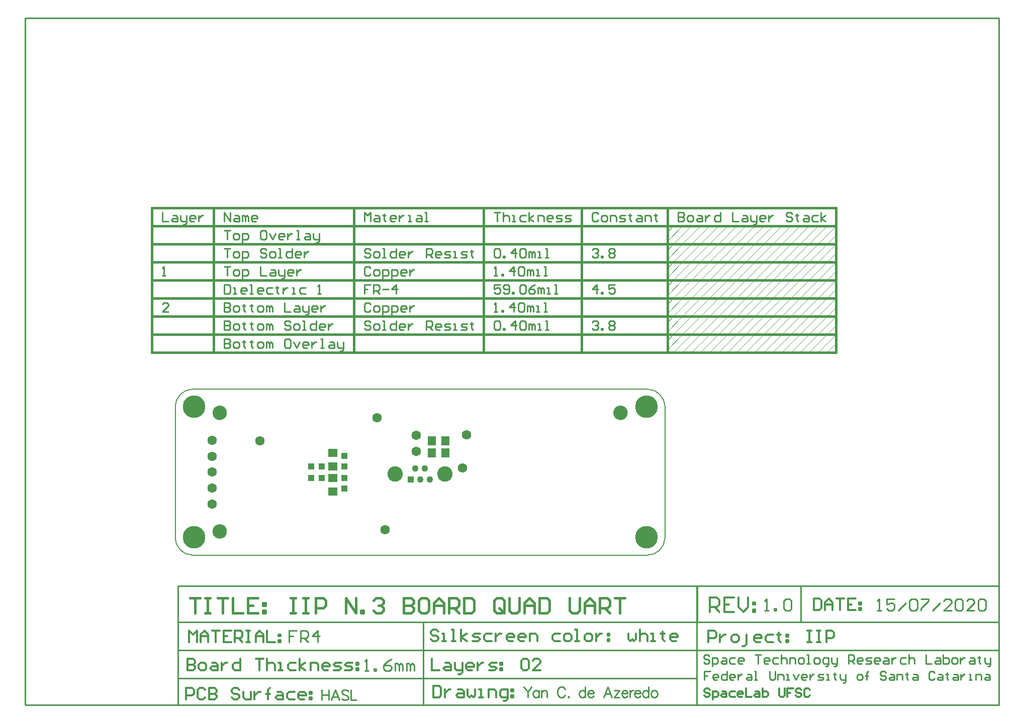
<source format=gts>
G04*
G04 #@! TF.GenerationSoftware,Altium Limited,Altium Designer,20.2.6 (244)*
G04*
G04 Layer_Color=8388736*
%FSLAX25Y25*%
%MOIN*%
G70*
G04*
G04 #@! TF.SameCoordinates,3A923CF8-0E80-4BF5-A473-74316D4CB4A5*
G04*
G04*
G04 #@! TF.FilePolarity,Negative*
G04*
G01*
G75*
%ADD10C,0.00787*%
%ADD12C,0.01000*%
%ADD17C,0.01500*%
%ADD18C,0.00100*%
%ADD19C,0.01378*%
%ADD20C,0.01575*%
%ADD21C,0.01299*%
%ADD27C,0.03594*%
%ADD28R,0.04331X0.03937*%
%ADD29R,0.06299X0.05512*%
%ADD30R,0.03937X0.04331*%
%ADD31R,0.05512X0.06299*%
%ADD32C,0.06299*%
%ADD33C,0.10236*%
%ADD34C,0.04331*%
%ADD35R,0.04331X0.04331*%
%ADD36C,0.14961*%
G36*
X298476Y97388D02*
X299576Y94488D01*
X298476Y91388D01*
X295276Y90188D01*
X292176Y91388D01*
X290976Y94488D01*
X292176Y97588D01*
X295276Y98788D01*
X298476Y97388D01*
D02*
G37*
G36*
X32728D02*
X33828Y94488D01*
X32728Y91388D01*
X29528Y90188D01*
X26428Y91388D01*
X25228Y94488D01*
X26428Y97588D01*
X29528Y98788D01*
X32728Y97388D01*
D02*
G37*
G36*
Y18648D02*
X33828Y15748D01*
X32728Y12648D01*
X29528Y11448D01*
X26428Y12648D01*
X25228Y15748D01*
X26428Y18848D01*
X29528Y20048D01*
X32728Y18648D01*
D02*
G37*
D10*
X11793Y110236D02*
G03*
X0Y98443I0J-11793D01*
G01*
Y11663D02*
G03*
X11663Y0I11663J0D01*
G01*
X313050D02*
G03*
X324803Y11754I0J11754D01*
G01*
Y98418D02*
G03*
X312985Y110236I-11818J0D01*
G01*
X0Y92520D02*
Y98443D01*
X11793Y110236D02*
X12696D01*
X0Y25591D02*
Y92520D01*
Y11663D02*
Y25591D01*
X11663Y0D02*
X313050D01*
X324803Y11754D02*
Y98418D01*
X12696Y110236D02*
X312985D01*
D12*
X33829Y15748D02*
G03*
X33829Y15748I-4301J0D01*
G01*
Y94488D02*
G03*
X33829Y94488I-4301J0D01*
G01*
X299577D02*
G03*
X299577Y94488I-4301J0D01*
G01*
X-99500Y-99500D02*
X546169D01*
X1681D02*
Y-20319D01*
X164613Y-99205D02*
Y-44277D01*
X1976Y-81777D02*
X345579Y-81777D01*
X345863Y-99106D02*
Y-20515D01*
X1976Y-63027D02*
X545863Y-63027D01*
X2173Y-44277D02*
X545440Y-44277D01*
X1681Y-20319D02*
X545863D01*
X-99500Y356552D02*
X546169D01*
X-99500Y-99500D02*
Y356552D01*
X546169Y-99146D02*
Y356552D01*
X346071Y-43941D02*
Y-20319D01*
X414859Y-43883D02*
Y-20268D01*
X97154Y-89441D02*
Y-96252D01*
X101694Y-89441D02*
Y-96252D01*
X97154Y-92684D02*
X101694D01*
X108765Y-96252D02*
X106170Y-89441D01*
X103575Y-96252D01*
X104548Y-93982D02*
X107792D01*
X114895Y-90414D02*
X114246Y-89765D01*
X113273Y-89441D01*
X111976D01*
X111003Y-89765D01*
X110354Y-90414D01*
Y-91063D01*
X110678Y-91711D01*
X111003Y-92036D01*
X111651Y-92360D01*
X113597Y-93009D01*
X114246Y-93333D01*
X114570Y-93657D01*
X114895Y-94306D01*
Y-95279D01*
X114246Y-95928D01*
X113273Y-96252D01*
X111976D01*
X111003Y-95928D01*
X110354Y-95279D01*
X116419Y-89441D02*
Y-96252D01*
X120311D01*
X231110Y-87472D02*
X233705Y-90716D01*
Y-94283D01*
X236300Y-87472D02*
X233705Y-90716D01*
X241067Y-89743D02*
Y-94283D01*
Y-90716D02*
X240419Y-90067D01*
X239770Y-89743D01*
X238797D01*
X238148Y-90067D01*
X237500Y-90716D01*
X237175Y-91689D01*
Y-92338D01*
X237500Y-93310D01*
X238148Y-93959D01*
X238797Y-94283D01*
X239770D01*
X240419Y-93959D01*
X241067Y-93310D01*
X242884Y-89743D02*
Y-94283D01*
Y-91040D02*
X243857Y-90067D01*
X244505Y-89743D01*
X245478D01*
X246127Y-90067D01*
X246451Y-91040D01*
Y-94283D01*
X258452Y-89094D02*
X258127Y-88445D01*
X257479Y-87797D01*
X256830Y-87472D01*
X255533D01*
X254884Y-87797D01*
X254235Y-88445D01*
X253911Y-89094D01*
X253587Y-90067D01*
Y-91689D01*
X253911Y-92662D01*
X254235Y-93310D01*
X254884Y-93959D01*
X255533Y-94283D01*
X256830D01*
X257479Y-93959D01*
X258127Y-93310D01*
X258452Y-92662D01*
X260690Y-93635D02*
X260365Y-93959D01*
X260690Y-94283D01*
X261014Y-93959D01*
X260690Y-93635D01*
X271749Y-87472D02*
Y-94283D01*
Y-90716D02*
X271101Y-90067D01*
X270452Y-89743D01*
X269479D01*
X268830Y-90067D01*
X268182Y-90716D01*
X267857Y-91689D01*
Y-92338D01*
X268182Y-93310D01*
X268830Y-93959D01*
X269479Y-94283D01*
X270452D01*
X271101Y-93959D01*
X271749Y-93310D01*
X273566Y-91689D02*
X277458D01*
Y-91040D01*
X277133Y-90391D01*
X276809Y-90067D01*
X276160Y-89743D01*
X275187D01*
X274539Y-90067D01*
X273890Y-90716D01*
X273566Y-91689D01*
Y-92338D01*
X273890Y-93310D01*
X274539Y-93959D01*
X275187Y-94283D01*
X276160D01*
X276809Y-93959D01*
X277458Y-93310D01*
X289458Y-94283D02*
X286863Y-87472D01*
X284269Y-94283D01*
X285242Y-92013D02*
X288485D01*
X294615Y-89743D02*
X291047Y-94283D01*
Y-89743D02*
X294615D01*
X291047Y-94283D02*
X294615D01*
X296042Y-91689D02*
X299934D01*
Y-91040D01*
X299610Y-90391D01*
X299286Y-90067D01*
X298637Y-89743D01*
X297664D01*
X297015Y-90067D01*
X296367Y-90716D01*
X296042Y-91689D01*
Y-92338D01*
X296367Y-93310D01*
X297015Y-93959D01*
X297664Y-94283D01*
X298637D01*
X299286Y-93959D01*
X299934Y-93310D01*
X301394Y-89743D02*
Y-94283D01*
Y-91689D02*
X301718Y-90716D01*
X302367Y-90067D01*
X303015Y-89743D01*
X303988D01*
X304605Y-91689D02*
X308497D01*
Y-91040D01*
X308172Y-90391D01*
X307848Y-90067D01*
X307199Y-89743D01*
X306226D01*
X305578Y-90067D01*
X304929Y-90716D01*
X304605Y-91689D01*
Y-92338D01*
X304929Y-93310D01*
X305578Y-93959D01*
X306226Y-94283D01*
X307199D01*
X307848Y-93959D01*
X308497Y-93310D01*
X313848Y-87472D02*
Y-94283D01*
Y-90716D02*
X313199Y-90067D01*
X312551Y-89743D01*
X311578D01*
X310929Y-90067D01*
X310280Y-90716D01*
X309956Y-91689D01*
Y-92338D01*
X310280Y-93310D01*
X310929Y-93959D01*
X311578Y-94283D01*
X312551D01*
X313199Y-93959D01*
X313848Y-93310D01*
X317286Y-89743D02*
X316637Y-90067D01*
X315989Y-90716D01*
X315664Y-91689D01*
Y-92338D01*
X315989Y-93310D01*
X316637Y-93959D01*
X317286Y-94283D01*
X318259D01*
X318908Y-93959D01*
X319556Y-93310D01*
X319881Y-92338D01*
Y-91689D01*
X319556Y-90716D01*
X318908Y-90067D01*
X318259Y-89743D01*
X317286D01*
X125697Y-76764D02*
X128217D01*
X126957D01*
Y-69204D01*
X125697Y-70464D01*
X131997Y-76764D02*
Y-75504D01*
X133257D01*
Y-76764D01*
X131997D01*
X143337Y-69204D02*
X140817Y-70464D01*
X138297Y-72984D01*
Y-75504D01*
X139557Y-76764D01*
X142077D01*
X143337Y-75504D01*
Y-74244D01*
X142077Y-72984D01*
X138297D01*
X145857Y-76764D02*
Y-71724D01*
X147117D01*
X148377Y-72984D01*
Y-76764D01*
Y-72984D01*
X149637Y-71724D01*
X150897Y-72984D01*
Y-76764D01*
X153417D02*
Y-71724D01*
X154677D01*
X155937Y-72984D01*
Y-76764D01*
Y-72984D01*
X157197Y-71724D01*
X158457Y-72984D01*
Y-76764D01*
X80608Y-50103D02*
X75568D01*
Y-53883D01*
X78088D01*
X75568D01*
Y-57663D01*
X83128D02*
Y-50103D01*
X86908D01*
X88168Y-51363D01*
Y-53883D01*
X86908Y-55143D01*
X83128D01*
X85648D02*
X88168Y-57663D01*
X94468D02*
Y-50103D01*
X90688Y-53883D01*
X95728D01*
X390953Y-36705D02*
X393473D01*
X392213D01*
Y-29145D01*
X390953Y-30405D01*
X397253Y-36705D02*
Y-35445D01*
X398513D01*
Y-36705D01*
X397253D01*
X403553Y-30405D02*
X404813Y-29145D01*
X407333D01*
X408593Y-30405D01*
Y-35445D01*
X407333Y-36705D01*
X404813D01*
X403553Y-35445D01*
Y-30405D01*
X465559Y-36705D02*
X468079D01*
X466819D01*
Y-29145D01*
X465559Y-30405D01*
X476899Y-29145D02*
X471859D01*
Y-32925D01*
X474379Y-31665D01*
X475639D01*
X476899Y-32925D01*
Y-35445D01*
X475639Y-36705D01*
X473119D01*
X471859Y-35445D01*
X479419Y-36705D02*
X484459Y-31665D01*
X486979Y-30405D02*
X488239Y-29145D01*
X490759D01*
X492019Y-30405D01*
Y-35445D01*
X490759Y-36705D01*
X488239D01*
X486979Y-35445D01*
Y-30405D01*
X494539Y-29145D02*
X499579D01*
Y-30405D01*
X494539Y-35445D01*
Y-36705D01*
X502099D02*
X507139Y-31665D01*
X514699Y-36705D02*
X509659D01*
X514699Y-31665D01*
Y-30405D01*
X513439Y-29145D01*
X510919D01*
X509659Y-30405D01*
X517219D02*
X518479Y-29145D01*
X520999D01*
X522260Y-30405D01*
Y-35445D01*
X520999Y-36705D01*
X518479D01*
X517219Y-35445D01*
Y-30405D01*
X529820Y-36705D02*
X524780D01*
X529820Y-31665D01*
Y-30405D01*
X528560Y-29145D01*
X526040D01*
X524780Y-30405D01*
X532340D02*
X533600Y-29145D01*
X536120D01*
X537380Y-30405D01*
Y-35445D01*
X536120Y-36705D01*
X533600D01*
X532340Y-35445D01*
Y-30405D01*
X354206Y-67185D02*
X353255Y-66234D01*
X351353D01*
X350402Y-67185D01*
Y-68136D01*
X351353Y-69087D01*
X353255D01*
X354206Y-70039D01*
Y-70990D01*
X353255Y-71941D01*
X351353D01*
X350402Y-70990D01*
X356108Y-73843D02*
Y-68136D01*
X358962D01*
X359913Y-69087D01*
Y-70990D01*
X358962Y-71941D01*
X356108D01*
X362766Y-68136D02*
X364669D01*
X365620Y-69087D01*
Y-71941D01*
X362766D01*
X361815Y-70990D01*
X362766Y-70039D01*
X365620D01*
X371326Y-68136D02*
X368473D01*
X367522Y-69087D01*
Y-70990D01*
X368473Y-71941D01*
X371326D01*
X376082D02*
X374180D01*
X373229Y-70990D01*
Y-69087D01*
X374180Y-68136D01*
X376082D01*
X377033Y-69087D01*
Y-70039D01*
X373229D01*
X384642Y-66234D02*
X388447D01*
X386545D01*
Y-71941D01*
X393203D02*
X391300D01*
X390349Y-70990D01*
Y-69087D01*
X391300Y-68136D01*
X393203D01*
X394154Y-69087D01*
Y-70039D01*
X390349D01*
X399861Y-68136D02*
X397007D01*
X396056Y-69087D01*
Y-70990D01*
X397007Y-71941D01*
X399861D01*
X401763Y-66234D02*
Y-71941D01*
Y-69087D01*
X402714Y-68136D01*
X404616D01*
X405567Y-69087D01*
Y-71941D01*
X407470D02*
Y-68136D01*
X410323D01*
X411274Y-69087D01*
Y-71941D01*
X414128D02*
X416030D01*
X416981Y-70990D01*
Y-69087D01*
X416030Y-68136D01*
X414128D01*
X413176Y-69087D01*
Y-70990D01*
X414128Y-71941D01*
X418883D02*
X420786D01*
X419834D01*
Y-66234D01*
X418883D01*
X424590Y-71941D02*
X426492D01*
X427444Y-70990D01*
Y-69087D01*
X426492Y-68136D01*
X424590D01*
X423639Y-69087D01*
Y-70990D01*
X424590Y-71941D01*
X431248Y-73843D02*
X432199D01*
X433150Y-72892D01*
Y-68136D01*
X430297D01*
X429346Y-69087D01*
Y-70990D01*
X430297Y-71941D01*
X433150D01*
X435053Y-68136D02*
Y-70990D01*
X436004Y-71941D01*
X438857D01*
Y-72892D01*
X437906Y-73843D01*
X436955D01*
X438857Y-71941D02*
Y-68136D01*
X446466Y-71941D02*
Y-66234D01*
X449320D01*
X450271Y-67185D01*
Y-69087D01*
X449320Y-70039D01*
X446466D01*
X448369D02*
X450271Y-71941D01*
X455026D02*
X453124D01*
X452173Y-70990D01*
Y-69087D01*
X453124Y-68136D01*
X455026D01*
X455978Y-69087D01*
Y-70039D01*
X452173D01*
X457880Y-71941D02*
X460733D01*
X461684Y-70990D01*
X460733Y-70039D01*
X458831D01*
X457880Y-69087D01*
X458831Y-68136D01*
X461684D01*
X466440Y-71941D02*
X464538D01*
X463587Y-70990D01*
Y-69087D01*
X464538Y-68136D01*
X466440D01*
X467391Y-69087D01*
Y-70039D01*
X463587D01*
X470245Y-68136D02*
X472147D01*
X473098Y-69087D01*
Y-71941D01*
X470245D01*
X469293Y-70990D01*
X470245Y-70039D01*
X473098D01*
X475000Y-68136D02*
Y-71941D01*
Y-70039D01*
X475951Y-69087D01*
X476902Y-68136D01*
X477854D01*
X484512D02*
X481658D01*
X480707Y-69087D01*
Y-70990D01*
X481658Y-71941D01*
X484512D01*
X486414Y-66234D02*
Y-71941D01*
Y-69087D01*
X487365Y-68136D01*
X489267D01*
X490218Y-69087D01*
Y-71941D01*
X497827Y-66234D02*
Y-71941D01*
X501632D01*
X504486Y-68136D02*
X506388D01*
X507339Y-69087D01*
Y-71941D01*
X504486D01*
X503534Y-70990D01*
X504486Y-70039D01*
X507339D01*
X509241Y-66234D02*
Y-71941D01*
X512094D01*
X513046Y-70990D01*
Y-70039D01*
Y-69087D01*
X512094Y-68136D01*
X509241D01*
X515899Y-71941D02*
X517801D01*
X518752Y-70990D01*
Y-69087D01*
X517801Y-68136D01*
X515899D01*
X514948Y-69087D01*
Y-70990D01*
X515899Y-71941D01*
X520655Y-68136D02*
Y-71941D01*
Y-70039D01*
X521606Y-69087D01*
X522557Y-68136D01*
X523508D01*
X527313D02*
X529215D01*
X530166Y-69087D01*
Y-71941D01*
X527313D01*
X526362Y-70990D01*
X527313Y-70039D01*
X530166D01*
X533019Y-67185D02*
Y-68136D01*
X532068D01*
X533971D01*
X533019D01*
Y-70990D01*
X533971Y-71941D01*
X536824Y-68136D02*
Y-70990D01*
X537775Y-71941D01*
X540629D01*
Y-72892D01*
X539677Y-73843D01*
X538726D01*
X540629Y-71941D02*
Y-68136D01*
X354665Y-77258D02*
X350992D01*
Y-80013D01*
X352829D01*
X350992D01*
Y-82768D01*
X359257D02*
X357420D01*
X356502Y-81849D01*
Y-80013D01*
X357420Y-79094D01*
X359257D01*
X360175Y-80013D01*
Y-80931D01*
X356502D01*
X365686Y-77258D02*
Y-82768D01*
X362930D01*
X362012Y-81849D01*
Y-80013D01*
X362930Y-79094D01*
X365686D01*
X370277Y-82768D02*
X368441D01*
X367522Y-81849D01*
Y-80013D01*
X368441Y-79094D01*
X370277D01*
X371196Y-80013D01*
Y-80931D01*
X367522D01*
X373032Y-79094D02*
Y-82768D01*
Y-80931D01*
X373951Y-80013D01*
X374869Y-79094D01*
X375787D01*
X379461D02*
X381297D01*
X382216Y-80013D01*
Y-82768D01*
X379461D01*
X378542Y-81849D01*
X379461Y-80931D01*
X382216D01*
X384052Y-82768D02*
X385889D01*
X384971D01*
Y-77258D01*
X384052D01*
X394154D02*
Y-81849D01*
X395072Y-82768D01*
X396909D01*
X397827Y-81849D01*
Y-77258D01*
X399664Y-82768D02*
Y-79094D01*
X402419D01*
X403337Y-80013D01*
Y-82768D01*
X405174D02*
X407011D01*
X406092D01*
Y-79094D01*
X405174D01*
X409766D02*
X411602Y-82768D01*
X413439Y-79094D01*
X418031Y-82768D02*
X416194D01*
X415276Y-81849D01*
Y-80013D01*
X416194Y-79094D01*
X418031D01*
X418949Y-80013D01*
Y-80931D01*
X415276D01*
X420786Y-79094D02*
Y-82768D01*
Y-80931D01*
X421704Y-80013D01*
X422622Y-79094D01*
X423541D01*
X426296Y-82768D02*
X429051D01*
X429969Y-81849D01*
X429051Y-80931D01*
X427214D01*
X426296Y-80013D01*
X427214Y-79094D01*
X429969D01*
X431806Y-82768D02*
X433643D01*
X432724D01*
Y-79094D01*
X431806D01*
X437316Y-78176D02*
Y-79094D01*
X436398D01*
X438234D01*
X437316D01*
Y-81849D01*
X438234Y-82768D01*
X440989Y-79094D02*
Y-81849D01*
X441908Y-82768D01*
X444663D01*
Y-83686D01*
X443744Y-84604D01*
X442826D01*
X444663Y-82768D02*
Y-79094D01*
X452928Y-82768D02*
X454764D01*
X455683Y-81849D01*
Y-80013D01*
X454764Y-79094D01*
X452928D01*
X452009Y-80013D01*
Y-81849D01*
X452928Y-82768D01*
X458438D02*
Y-78176D01*
Y-80013D01*
X457519D01*
X459356D01*
X458438D01*
Y-78176D01*
X459356Y-77258D01*
X471294Y-78176D02*
X470376Y-77258D01*
X468539D01*
X467621Y-78176D01*
Y-79094D01*
X468539Y-80013D01*
X470376D01*
X471294Y-80931D01*
Y-81849D01*
X470376Y-82768D01*
X468539D01*
X467621Y-81849D01*
X474050Y-79094D02*
X475886D01*
X476804Y-80013D01*
Y-82768D01*
X474050D01*
X473131Y-81849D01*
X474050Y-80931D01*
X476804D01*
X478641Y-82768D02*
Y-79094D01*
X481396D01*
X482314Y-80013D01*
Y-82768D01*
X485070Y-78176D02*
Y-79094D01*
X484151D01*
X485988D01*
X485070D01*
Y-81849D01*
X485988Y-82768D01*
X489661Y-79094D02*
X491498D01*
X492416Y-80013D01*
Y-82768D01*
X489661D01*
X488743Y-81849D01*
X489661Y-80931D01*
X492416D01*
X503436Y-78176D02*
X502518Y-77258D01*
X500681D01*
X499763Y-78176D01*
Y-81849D01*
X500681Y-82768D01*
X502518D01*
X503436Y-81849D01*
X506191Y-79094D02*
X508028D01*
X508946Y-80013D01*
Y-82768D01*
X506191D01*
X505273Y-81849D01*
X506191Y-80931D01*
X508946D01*
X511701Y-78176D02*
Y-79094D01*
X510783D01*
X512620D01*
X511701D01*
Y-81849D01*
X512620Y-82768D01*
X516293Y-79094D02*
X518130D01*
X519048Y-80013D01*
Y-82768D01*
X516293D01*
X515375Y-81849D01*
X516293Y-80931D01*
X519048D01*
X520885Y-79094D02*
Y-82768D01*
Y-80931D01*
X521803Y-80013D01*
X522721Y-79094D01*
X523640D01*
X526395Y-82768D02*
X528231D01*
X527313D01*
Y-79094D01*
X526395D01*
X530986Y-82768D02*
Y-79094D01*
X533741D01*
X534660Y-80013D01*
Y-82768D01*
X537415Y-79094D02*
X539252D01*
X540170Y-80013D01*
Y-82768D01*
X537415D01*
X536496Y-81849D01*
X537415Y-80931D01*
X540170D01*
X-8560Y227667D02*
Y221669D01*
X-4561D01*
X-1562Y225668D02*
X437D01*
X1437Y224668D01*
Y221669D01*
X-1562D01*
X-2562Y222669D01*
X-1562Y223669D01*
X1437D01*
X3436Y225668D02*
Y222669D01*
X4436Y221669D01*
X7435D01*
Y220670D01*
X6435Y219670D01*
X5435D01*
X7435Y221669D02*
Y225668D01*
X12433Y221669D02*
X10434D01*
X9434Y222669D01*
Y224668D01*
X10434Y225668D01*
X12433D01*
X13433Y224668D01*
Y223669D01*
X9434D01*
X15432Y225668D02*
Y221669D01*
Y223669D01*
X16432Y224668D01*
X17431Y225668D01*
X18431D01*
X-4561Y161669D02*
X-8560D01*
X-4561Y165668D01*
Y166668D01*
X-5561Y167667D01*
X-7560D01*
X-8560Y166668D01*
Y185669D02*
X-6561D01*
X-7560D01*
Y191667D01*
X-8560Y190668D01*
X32431Y221669D02*
Y227667D01*
X36430Y221669D01*
Y227667D01*
X39429Y225668D02*
X41428D01*
X42428Y224668D01*
Y221669D01*
X39429D01*
X38429Y222669D01*
X39429Y223669D01*
X42428D01*
X44427Y221669D02*
Y225668D01*
X45427D01*
X46426Y224668D01*
Y221669D01*
Y224668D01*
X47426Y225668D01*
X48426Y224668D01*
Y221669D01*
X53424D02*
X51425D01*
X50425Y222669D01*
Y224668D01*
X51425Y225668D01*
X53424D01*
X54424Y224668D01*
Y223669D01*
X50425D01*
X32431Y143667D02*
Y137669D01*
X35430D01*
X36430Y138669D01*
Y139669D01*
X35430Y140668D01*
X32431D01*
X35430D01*
X36430Y141668D01*
Y142668D01*
X35430Y143667D01*
X32431D01*
X39429Y137669D02*
X41428D01*
X42428Y138669D01*
Y140668D01*
X41428Y141668D01*
X39429D01*
X38429Y140668D01*
Y138669D01*
X39429Y137669D01*
X45427Y142668D02*
Y141668D01*
X44427D01*
X46426D01*
X45427D01*
Y138669D01*
X46426Y137669D01*
X50425Y142668D02*
Y141668D01*
X49426D01*
X51425D01*
X50425D01*
Y138669D01*
X51425Y137669D01*
X55424D02*
X57423D01*
X58423Y138669D01*
Y140668D01*
X57423Y141668D01*
X55424D01*
X54424Y140668D01*
Y138669D01*
X55424Y137669D01*
X60422D02*
Y141668D01*
X61422D01*
X62421Y140668D01*
Y137669D01*
Y140668D01*
X63421Y141668D01*
X64421Y140668D01*
Y137669D01*
X75417Y143667D02*
X73418D01*
X72418Y142668D01*
Y138669D01*
X73418Y137669D01*
X75417D01*
X76417Y138669D01*
Y142668D01*
X75417Y143667D01*
X78416Y141668D02*
X80415Y137669D01*
X82415Y141668D01*
X87413Y137669D02*
X85414D01*
X84414Y138669D01*
Y140668D01*
X85414Y141668D01*
X87413D01*
X88413Y140668D01*
Y139669D01*
X84414D01*
X90412Y141668D02*
Y137669D01*
Y139669D01*
X91412Y140668D01*
X92412Y141668D01*
X93411D01*
X96410Y137669D02*
X98410D01*
X97410D01*
Y143667D01*
X96410D01*
X102408Y141668D02*
X104408D01*
X105407Y140668D01*
Y137669D01*
X102408D01*
X101409Y138669D01*
X102408Y139669D01*
X105407D01*
X107407Y141668D02*
Y138669D01*
X108406Y137669D01*
X111406D01*
Y136670D01*
X110406Y135670D01*
X109406D01*
X111406Y137669D02*
Y141668D01*
X32431Y155667D02*
Y149669D01*
X35430D01*
X36430Y150669D01*
Y151669D01*
X35430Y152668D01*
X32431D01*
X35430D01*
X36430Y153668D01*
Y154668D01*
X35430Y155667D01*
X32431D01*
X39429Y149669D02*
X41428D01*
X42428Y150669D01*
Y152668D01*
X41428Y153668D01*
X39429D01*
X38429Y152668D01*
Y150669D01*
X39429Y149669D01*
X45427Y154668D02*
Y153668D01*
X44427D01*
X46426D01*
X45427D01*
Y150669D01*
X46426Y149669D01*
X50425Y154668D02*
Y153668D01*
X49426D01*
X51425D01*
X50425D01*
Y150669D01*
X51425Y149669D01*
X55424D02*
X57423D01*
X58423Y150669D01*
Y152668D01*
X57423Y153668D01*
X55424D01*
X54424Y152668D01*
Y150669D01*
X55424Y149669D01*
X60422D02*
Y153668D01*
X61422D01*
X62421Y152668D01*
Y149669D01*
Y152668D01*
X63421Y153668D01*
X64421Y152668D01*
Y149669D01*
X76417Y154668D02*
X75417Y155667D01*
X73418D01*
X72418Y154668D01*
Y153668D01*
X73418Y152668D01*
X75417D01*
X76417Y151669D01*
Y150669D01*
X75417Y149669D01*
X73418D01*
X72418Y150669D01*
X79416Y149669D02*
X81415D01*
X82415Y150669D01*
Y152668D01*
X81415Y153668D01*
X79416D01*
X78416Y152668D01*
Y150669D01*
X79416Y149669D01*
X84414D02*
X86414D01*
X85414D01*
Y155667D01*
X84414D01*
X93411D02*
Y149669D01*
X90412D01*
X89413Y150669D01*
Y152668D01*
X90412Y153668D01*
X93411D01*
X98410Y149669D02*
X96410D01*
X95411Y150669D01*
Y152668D01*
X96410Y153668D01*
X98410D01*
X99409Y152668D01*
Y151669D01*
X95411D01*
X101409Y153668D02*
Y149669D01*
Y151669D01*
X102408Y152668D01*
X103408Y153668D01*
X104408D01*
X32431Y167667D02*
Y161669D01*
X35430D01*
X36430Y162669D01*
Y163669D01*
X35430Y164668D01*
X32431D01*
X35430D01*
X36430Y165668D01*
Y166668D01*
X35430Y167667D01*
X32431D01*
X39429Y161669D02*
X41428D01*
X42428Y162669D01*
Y164668D01*
X41428Y165668D01*
X39429D01*
X38429Y164668D01*
Y162669D01*
X39429Y161669D01*
X45427Y166668D02*
Y165668D01*
X44427D01*
X46426D01*
X45427D01*
Y162669D01*
X46426Y161669D01*
X50425Y166668D02*
Y165668D01*
X49426D01*
X51425D01*
X50425D01*
Y162669D01*
X51425Y161669D01*
X55424D02*
X57423D01*
X58423Y162669D01*
Y164668D01*
X57423Y165668D01*
X55424D01*
X54424Y164668D01*
Y162669D01*
X55424Y161669D01*
X60422D02*
Y165668D01*
X61422D01*
X62421Y164668D01*
Y161669D01*
Y164668D01*
X63421Y165668D01*
X64421Y164668D01*
Y161669D01*
X72418Y167667D02*
Y161669D01*
X76417D01*
X79416Y165668D02*
X81415D01*
X82415Y164668D01*
Y161669D01*
X79416D01*
X78416Y162669D01*
X79416Y163669D01*
X82415D01*
X84414Y165668D02*
Y162669D01*
X85414Y161669D01*
X88413D01*
Y160670D01*
X87413Y159670D01*
X86414D01*
X88413Y161669D02*
Y165668D01*
X93411Y161669D02*
X91412D01*
X90412Y162669D01*
Y164668D01*
X91412Y165668D01*
X93411D01*
X94411Y164668D01*
Y163669D01*
X90412D01*
X96410Y165668D02*
Y161669D01*
Y163669D01*
X97410Y164668D01*
X98410Y165668D01*
X99409D01*
X32431Y179667D02*
Y173669D01*
X35430D01*
X36430Y174669D01*
Y178668D01*
X35430Y179667D01*
X32431D01*
X38429Y173669D02*
X40429D01*
X39429D01*
Y177668D01*
X38429D01*
X46426Y173669D02*
X44427D01*
X43428Y174669D01*
Y176668D01*
X44427Y177668D01*
X46426D01*
X47426Y176668D01*
Y175669D01*
X43428D01*
X49426Y173669D02*
X51425D01*
X50425D01*
Y179667D01*
X49426D01*
X57423Y173669D02*
X55424D01*
X54424Y174669D01*
Y176668D01*
X55424Y177668D01*
X57423D01*
X58423Y176668D01*
Y175669D01*
X54424D01*
X64421Y177668D02*
X61422D01*
X60422Y176668D01*
Y174669D01*
X61422Y173669D01*
X64421D01*
X67420Y178668D02*
Y177668D01*
X66420D01*
X68419D01*
X67420D01*
Y174669D01*
X68419Y173669D01*
X71418Y177668D02*
Y173669D01*
Y175669D01*
X72418Y176668D01*
X73418Y177668D01*
X74418D01*
X77416Y173669D02*
X79416D01*
X78416D01*
Y177668D01*
X77416D01*
X86414D02*
X83415D01*
X82415Y176668D01*
Y174669D01*
X83415Y173669D01*
X86414D01*
X94411D02*
X96410D01*
X95411D01*
Y179667D01*
X94411Y178668D01*
X32431Y191667D02*
X36430D01*
X34430D01*
Y185669D01*
X39429D02*
X41428D01*
X42428Y186669D01*
Y188668D01*
X41428Y189668D01*
X39429D01*
X38429Y188668D01*
Y186669D01*
X39429Y185669D01*
X44427Y183670D02*
Y189668D01*
X47426D01*
X48426Y188668D01*
Y186669D01*
X47426Y185669D01*
X44427D01*
X56423Y191667D02*
Y185669D01*
X60422D01*
X63421Y189668D02*
X65420D01*
X66420Y188668D01*
Y185669D01*
X63421D01*
X62421Y186669D01*
X63421Y187669D01*
X66420D01*
X68419Y189668D02*
Y186669D01*
X69419Y185669D01*
X72418D01*
Y184670D01*
X71418Y183670D01*
X70419D01*
X72418Y185669D02*
Y189668D01*
X77416Y185669D02*
X75417D01*
X74418Y186669D01*
Y188668D01*
X75417Y189668D01*
X77416D01*
X78416Y188668D01*
Y187669D01*
X74418D01*
X80415Y189668D02*
Y185669D01*
Y187669D01*
X81415Y188668D01*
X82415Y189668D01*
X83415D01*
X32431Y203667D02*
X36430D01*
X34430D01*
Y197669D01*
X39429D02*
X41428D01*
X42428Y198669D01*
Y200668D01*
X41428Y201668D01*
X39429D01*
X38429Y200668D01*
Y198669D01*
X39429Y197669D01*
X44427Y195670D02*
Y201668D01*
X47426D01*
X48426Y200668D01*
Y198669D01*
X47426Y197669D01*
X44427D01*
X60422Y202668D02*
X59422Y203667D01*
X57423D01*
X56423Y202668D01*
Y201668D01*
X57423Y200668D01*
X59422D01*
X60422Y199669D01*
Y198669D01*
X59422Y197669D01*
X57423D01*
X56423Y198669D01*
X63421Y197669D02*
X65420D01*
X66420Y198669D01*
Y200668D01*
X65420Y201668D01*
X63421D01*
X62421Y200668D01*
Y198669D01*
X63421Y197669D01*
X68419D02*
X70419D01*
X69419D01*
Y203667D01*
X68419D01*
X77416D02*
Y197669D01*
X74418D01*
X73418Y198669D01*
Y200668D01*
X74418Y201668D01*
X77416D01*
X82415Y197669D02*
X80415D01*
X79416Y198669D01*
Y200668D01*
X80415Y201668D01*
X82415D01*
X83415Y200668D01*
Y199669D01*
X79416D01*
X85414Y201668D02*
Y197669D01*
Y199669D01*
X86414Y200668D01*
X87413Y201668D01*
X88413D01*
X32431Y215667D02*
X36430D01*
X34430D01*
Y209669D01*
X39429D02*
X41428D01*
X42428Y210669D01*
Y212668D01*
X41428Y213668D01*
X39429D01*
X38429Y212668D01*
Y210669D01*
X39429Y209669D01*
X44427Y207670D02*
Y213668D01*
X47426D01*
X48426Y212668D01*
Y210669D01*
X47426Y209669D01*
X44427D01*
X59422Y215667D02*
X57423D01*
X56423Y214668D01*
Y210669D01*
X57423Y209669D01*
X59422D01*
X60422Y210669D01*
Y214668D01*
X59422Y215667D01*
X62421Y213668D02*
X64421Y209669D01*
X66420Y213668D01*
X71418Y209669D02*
X69419D01*
X68419Y210669D01*
Y212668D01*
X69419Y213668D01*
X71418D01*
X72418Y212668D01*
Y211669D01*
X68419D01*
X74418Y213668D02*
Y209669D01*
Y211669D01*
X75417Y212668D01*
X76417Y213668D01*
X77416D01*
X80415Y209669D02*
X82415D01*
X81415D01*
Y215667D01*
X80415D01*
X86414Y213668D02*
X88413D01*
X89413Y212668D01*
Y209669D01*
X86414D01*
X85414Y210669D01*
X86414Y211669D01*
X89413D01*
X91412Y213668D02*
Y210669D01*
X92412Y209669D01*
X95411D01*
Y208670D01*
X94411Y207670D01*
X93411D01*
X95411Y209669D02*
Y213668D01*
X125406Y221669D02*
Y227667D01*
X127405Y225668D01*
X129404Y227667D01*
Y221669D01*
X132403Y225668D02*
X134403D01*
X135402Y224668D01*
Y221669D01*
X132403D01*
X131404Y222669D01*
X132403Y223669D01*
X135402D01*
X138401Y226668D02*
Y225668D01*
X137402D01*
X139401D01*
X138401D01*
Y222669D01*
X139401Y221669D01*
X145399D02*
X143400D01*
X142400Y222669D01*
Y224668D01*
X143400Y225668D01*
X145399D01*
X146399Y224668D01*
Y223669D01*
X142400D01*
X148398Y225668D02*
Y221669D01*
Y223669D01*
X149398Y224668D01*
X150397Y225668D01*
X151397D01*
X154396Y221669D02*
X156395D01*
X155396D01*
Y225668D01*
X154396D01*
X160394D02*
X162393D01*
X163393Y224668D01*
Y221669D01*
X160394D01*
X159395Y222669D01*
X160394Y223669D01*
X163393D01*
X165393Y221669D02*
X167392D01*
X166392D01*
Y227667D01*
X165393D01*
X129404Y154668D02*
X128404Y155667D01*
X126405D01*
X125406Y154668D01*
Y153668D01*
X126405Y152668D01*
X128404D01*
X129404Y151669D01*
Y150669D01*
X128404Y149669D01*
X126405D01*
X125406Y150669D01*
X132403Y149669D02*
X134403D01*
X135402Y150669D01*
Y152668D01*
X134403Y153668D01*
X132403D01*
X131404Y152668D01*
Y150669D01*
X132403Y149669D01*
X137402D02*
X139401D01*
X138401D01*
Y155667D01*
X137402D01*
X146399D02*
Y149669D01*
X143400D01*
X142400Y150669D01*
Y152668D01*
X143400Y153668D01*
X146399D01*
X151397Y149669D02*
X149398D01*
X148398Y150669D01*
Y152668D01*
X149398Y153668D01*
X151397D01*
X152397Y152668D01*
Y151669D01*
X148398D01*
X154396Y153668D02*
Y149669D01*
Y151669D01*
X155396Y152668D01*
X156395Y153668D01*
X157395D01*
X166392Y149669D02*
Y155667D01*
X169391D01*
X170391Y154668D01*
Y152668D01*
X169391Y151669D01*
X166392D01*
X168392D02*
X170391Y149669D01*
X175389D02*
X173390D01*
X172390Y150669D01*
Y152668D01*
X173390Y153668D01*
X175389D01*
X176389Y152668D01*
Y151669D01*
X172390D01*
X178388Y149669D02*
X181387D01*
X182387Y150669D01*
X181387Y151669D01*
X179388D01*
X178388Y152668D01*
X179388Y153668D01*
X182387D01*
X184386Y149669D02*
X186386D01*
X185386D01*
Y153668D01*
X184386D01*
X189385Y149669D02*
X192384D01*
X193384Y150669D01*
X192384Y151669D01*
X190384D01*
X189385Y152668D01*
X190384Y153668D01*
X193384D01*
X196382Y154668D02*
Y153668D01*
X195383D01*
X197382D01*
X196382D01*
Y150669D01*
X197382Y149669D01*
X129404Y166668D02*
X128404Y167667D01*
X126405D01*
X125406Y166668D01*
Y162669D01*
X126405Y161669D01*
X128404D01*
X129404Y162669D01*
X132403Y161669D02*
X134403D01*
X135402Y162669D01*
Y164668D01*
X134403Y165668D01*
X132403D01*
X131404Y164668D01*
Y162669D01*
X132403Y161669D01*
X137402Y159670D02*
Y165668D01*
X140401D01*
X141400Y164668D01*
Y162669D01*
X140401Y161669D01*
X137402D01*
X143400Y159670D02*
Y165668D01*
X146399D01*
X147398Y164668D01*
Y162669D01*
X146399Y161669D01*
X143400D01*
X152397D02*
X150397D01*
X149398Y162669D01*
Y164668D01*
X150397Y165668D01*
X152397D01*
X153396Y164668D01*
Y163669D01*
X149398D01*
X155396Y165668D02*
Y161669D01*
Y163669D01*
X156395Y164668D01*
X157395Y165668D01*
X158395D01*
X129404Y179667D02*
X125406D01*
Y176668D01*
X127405D01*
X125406D01*
Y173669D01*
X131404D02*
Y179667D01*
X134403D01*
X135402Y178668D01*
Y176668D01*
X134403Y175669D01*
X131404D01*
X133403D02*
X135402Y173669D01*
X137402Y176668D02*
X141400D01*
X146399Y173669D02*
Y179667D01*
X143400Y176668D01*
X147398D01*
X129404Y190668D02*
X128404Y191667D01*
X126405D01*
X125406Y190668D01*
Y186669D01*
X126405Y185669D01*
X128404D01*
X129404Y186669D01*
X132403Y185669D02*
X134403D01*
X135402Y186669D01*
Y188668D01*
X134403Y189668D01*
X132403D01*
X131404Y188668D01*
Y186669D01*
X132403Y185669D01*
X137402Y183670D02*
Y189668D01*
X140401D01*
X141400Y188668D01*
Y186669D01*
X140401Y185669D01*
X137402D01*
X143400Y183670D02*
Y189668D01*
X146399D01*
X147398Y188668D01*
Y186669D01*
X146399Y185669D01*
X143400D01*
X152397D02*
X150397D01*
X149398Y186669D01*
Y188668D01*
X150397Y189668D01*
X152397D01*
X153396Y188668D01*
Y187669D01*
X149398D01*
X155396Y189668D02*
Y185669D01*
Y187669D01*
X156395Y188668D01*
X157395Y189668D01*
X158395D01*
X129404Y202668D02*
X128404Y203667D01*
X126405D01*
X125406Y202668D01*
Y201668D01*
X126405Y200668D01*
X128404D01*
X129404Y199669D01*
Y198669D01*
X128404Y197669D01*
X126405D01*
X125406Y198669D01*
X132403Y197669D02*
X134403D01*
X135402Y198669D01*
Y200668D01*
X134403Y201668D01*
X132403D01*
X131404Y200668D01*
Y198669D01*
X132403Y197669D01*
X137402D02*
X139401D01*
X138401D01*
Y203667D01*
X137402D01*
X146399D02*
Y197669D01*
X143400D01*
X142400Y198669D01*
Y200668D01*
X143400Y201668D01*
X146399D01*
X151397Y197669D02*
X149398D01*
X148398Y198669D01*
Y200668D01*
X149398Y201668D01*
X151397D01*
X152397Y200668D01*
Y199669D01*
X148398D01*
X154396Y201668D02*
Y197669D01*
Y199669D01*
X155396Y200668D01*
X156395Y201668D01*
X157395D01*
X166392Y197669D02*
Y203667D01*
X169391D01*
X170391Y202668D01*
Y200668D01*
X169391Y199669D01*
X166392D01*
X168392D02*
X170391Y197669D01*
X175389D02*
X173390D01*
X172390Y198669D01*
Y200668D01*
X173390Y201668D01*
X175389D01*
X176389Y200668D01*
Y199669D01*
X172390D01*
X178388Y197669D02*
X181387D01*
X182387Y198669D01*
X181387Y199669D01*
X179388D01*
X178388Y200668D01*
X179388Y201668D01*
X182387D01*
X184386Y197669D02*
X186386D01*
X185386D01*
Y201668D01*
X184386D01*
X189385Y197669D02*
X192384D01*
X193384Y198669D01*
X192384Y199669D01*
X190384D01*
X189385Y200668D01*
X190384Y201668D01*
X193384D01*
X196382Y202668D02*
Y201668D01*
X195383D01*
X197382D01*
X196382D01*
Y198669D01*
X197382Y197669D01*
X211382Y227667D02*
X215381D01*
X213382D01*
Y221669D01*
X217380Y227667D02*
Y221669D01*
Y224668D01*
X218380Y225668D01*
X220379D01*
X221379Y224668D01*
Y221669D01*
X223378D02*
X225378D01*
X224378D01*
Y225668D01*
X223378D01*
X232375D02*
X229376D01*
X228377Y224668D01*
Y222669D01*
X229376Y221669D01*
X232375D01*
X234375D02*
Y227667D01*
Y223669D02*
X237374Y225668D01*
X234375Y223669D02*
X237374Y221669D01*
X240373D02*
Y225668D01*
X243372D01*
X244372Y224668D01*
Y221669D01*
X249370D02*
X247371D01*
X246371Y222669D01*
Y224668D01*
X247371Y225668D01*
X249370D01*
X250370Y224668D01*
Y223669D01*
X246371D01*
X252369Y221669D02*
X255368D01*
X256368Y222669D01*
X255368Y223669D01*
X253369D01*
X252369Y224668D01*
X253369Y225668D01*
X256368D01*
X258367Y221669D02*
X261366D01*
X262366Y222669D01*
X261366Y223669D01*
X259367D01*
X258367Y224668D01*
X259367Y225668D01*
X262366D01*
X211382Y154668D02*
X212382Y155667D01*
X214381D01*
X215381Y154668D01*
Y150669D01*
X214381Y149669D01*
X212382D01*
X211382Y150669D01*
Y154668D01*
X217380Y149669D02*
Y150669D01*
X218380D01*
Y149669D01*
X217380D01*
X225378D02*
Y155667D01*
X222379Y152668D01*
X226377D01*
X228377Y154668D02*
X229376Y155667D01*
X231376D01*
X232375Y154668D01*
Y150669D01*
X231376Y149669D01*
X229376D01*
X228377Y150669D01*
Y154668D01*
X234375Y149669D02*
Y153668D01*
X235374D01*
X236374Y152668D01*
Y149669D01*
Y152668D01*
X237374Y153668D01*
X238373Y152668D01*
Y149669D01*
X240373D02*
X242372D01*
X241372D01*
Y153668D01*
X240373D01*
X245371Y149669D02*
X247371D01*
X246371D01*
Y155667D01*
X245371D01*
X211382Y161669D02*
X213382D01*
X212382D01*
Y167667D01*
X211382Y166668D01*
X216381Y161669D02*
Y162669D01*
X217380D01*
Y161669D01*
X216381D01*
X224378D02*
Y167667D01*
X221379Y164668D01*
X225378D01*
X227377Y166668D02*
X228377Y167667D01*
X230376D01*
X231376Y166668D01*
Y162669D01*
X230376Y161669D01*
X228377D01*
X227377Y162669D01*
Y166668D01*
X233375Y161669D02*
Y165668D01*
X234375D01*
X235374Y164668D01*
Y161669D01*
Y164668D01*
X236374Y165668D01*
X237374Y164668D01*
Y161669D01*
X239373D02*
X241372D01*
X240373D01*
Y165668D01*
X239373D01*
X244372Y161669D02*
X246371D01*
X245371D01*
Y167667D01*
X244372D01*
X215381Y179667D02*
X211382D01*
Y176668D01*
X213382Y177668D01*
X214381D01*
X215381Y176668D01*
Y174669D01*
X214381Y173669D01*
X212382D01*
X211382Y174669D01*
X217380D02*
X218380Y173669D01*
X220379D01*
X221379Y174669D01*
Y178668D01*
X220379Y179667D01*
X218380D01*
X217380Y178668D01*
Y177668D01*
X218380Y176668D01*
X221379D01*
X223378Y173669D02*
Y174669D01*
X224378D01*
Y173669D01*
X223378D01*
X228377Y178668D02*
X229376Y179667D01*
X231376D01*
X232375Y178668D01*
Y174669D01*
X231376Y173669D01*
X229376D01*
X228377Y174669D01*
Y178668D01*
X238373Y179667D02*
X236374Y178668D01*
X234375Y176668D01*
Y174669D01*
X235374Y173669D01*
X237374D01*
X238373Y174669D01*
Y175669D01*
X237374Y176668D01*
X234375D01*
X240373Y173669D02*
Y177668D01*
X241372D01*
X242372Y176668D01*
Y173669D01*
Y176668D01*
X243372Y177668D01*
X244372Y176668D01*
Y173669D01*
X246371D02*
X248370D01*
X247371D01*
Y177668D01*
X246371D01*
X251369Y173669D02*
X253369D01*
X252369D01*
Y179667D01*
X251369D01*
X211382Y185669D02*
X213382D01*
X212382D01*
Y191667D01*
X211382Y190668D01*
X216381Y185669D02*
Y186669D01*
X217380D01*
Y185669D01*
X216381D01*
X224378D02*
Y191667D01*
X221379Y188668D01*
X225378D01*
X227377Y190668D02*
X228377Y191667D01*
X230376D01*
X231376Y190668D01*
Y186669D01*
X230376Y185669D01*
X228377D01*
X227377Y186669D01*
Y190668D01*
X233375Y185669D02*
Y189668D01*
X234375D01*
X235374Y188668D01*
Y185669D01*
Y188668D01*
X236374Y189668D01*
X237374Y188668D01*
Y185669D01*
X239373D02*
X241372D01*
X240373D01*
Y189668D01*
X239373D01*
X244372Y185669D02*
X246371D01*
X245371D01*
Y191667D01*
X244372D01*
X211382Y202668D02*
X212382Y203667D01*
X214381D01*
X215381Y202668D01*
Y198669D01*
X214381Y197669D01*
X212382D01*
X211382Y198669D01*
Y202668D01*
X217380Y197669D02*
Y198669D01*
X218380D01*
Y197669D01*
X217380D01*
X225378D02*
Y203667D01*
X222379Y200668D01*
X226377D01*
X228377Y202668D02*
X229376Y203667D01*
X231376D01*
X232375Y202668D01*
Y198669D01*
X231376Y197669D01*
X229376D01*
X228377Y198669D01*
Y202668D01*
X234375Y197669D02*
Y201668D01*
X235374D01*
X236374Y200668D01*
Y197669D01*
Y200668D01*
X237374Y201668D01*
X238373Y200668D01*
Y197669D01*
X240373D02*
X242372D01*
X241372D01*
Y201668D01*
X240373D01*
X245371Y197669D02*
X247371D01*
X246371D01*
Y203667D01*
X245371D01*
X280364Y226668D02*
X279365Y227667D01*
X277365D01*
X276366Y226668D01*
Y222669D01*
X277365Y221669D01*
X279365D01*
X280364Y222669D01*
X283364Y221669D02*
X285363D01*
X286363Y222669D01*
Y224668D01*
X285363Y225668D01*
X283364D01*
X282364Y224668D01*
Y222669D01*
X283364Y221669D01*
X288362D02*
Y225668D01*
X291361D01*
X292361Y224668D01*
Y221669D01*
X294360D02*
X297359D01*
X298359Y222669D01*
X297359Y223669D01*
X295360D01*
X294360Y224668D01*
X295360Y225668D01*
X298359D01*
X301358Y226668D02*
Y225668D01*
X300358D01*
X302357D01*
X301358D01*
Y222669D01*
X302357Y221669D01*
X306356Y225668D02*
X308355D01*
X309355Y224668D01*
Y221669D01*
X306356D01*
X305356Y222669D01*
X306356Y223669D01*
X309355D01*
X311354Y221669D02*
Y225668D01*
X314353D01*
X315353Y224668D01*
Y221669D01*
X318352Y226668D02*
Y225668D01*
X317353D01*
X319352D01*
X318352D01*
Y222669D01*
X319352Y221669D01*
X276366Y154668D02*
X277365Y155667D01*
X279365D01*
X280364Y154668D01*
Y153668D01*
X279365Y152668D01*
X278365D01*
X279365D01*
X280364Y151669D01*
Y150669D01*
X279365Y149669D01*
X277365D01*
X276366Y150669D01*
X282364Y149669D02*
Y150669D01*
X283364D01*
Y149669D01*
X282364D01*
X287362Y154668D02*
X288362Y155667D01*
X290361D01*
X291361Y154668D01*
Y153668D01*
X290361Y152668D01*
X291361Y151669D01*
Y150669D01*
X290361Y149669D01*
X288362D01*
X287362Y150669D01*
Y151669D01*
X288362Y152668D01*
X287362Y153668D01*
Y154668D01*
X288362Y152668D02*
X290361D01*
X279365Y173669D02*
Y179667D01*
X276366Y176668D01*
X280364D01*
X282364Y173669D02*
Y174669D01*
X283364D01*
Y173669D01*
X282364D01*
X291361Y179667D02*
X287362D01*
Y176668D01*
X289362Y177668D01*
X290361D01*
X291361Y176668D01*
Y174669D01*
X290361Y173669D01*
X288362D01*
X287362Y174669D01*
X276366Y202668D02*
X277365Y203667D01*
X279365D01*
X280364Y202668D01*
Y201668D01*
X279365Y200668D01*
X278365D01*
X279365D01*
X280364Y199669D01*
Y198669D01*
X279365Y197669D01*
X277365D01*
X276366Y198669D01*
X282364Y197669D02*
Y198669D01*
X283364D01*
Y197669D01*
X282364D01*
X287362Y202668D02*
X288362Y203667D01*
X290361D01*
X291361Y202668D01*
Y201668D01*
X290361Y200668D01*
X291361Y199669D01*
Y198669D01*
X290361Y197669D01*
X288362D01*
X287362Y198669D01*
Y199669D01*
X288362Y200668D01*
X287362Y201668D01*
Y202668D01*
X288362Y200668D02*
X290361D01*
X333352Y227667D02*
Y221669D01*
X336351D01*
X337351Y222669D01*
Y223669D01*
X336351Y224668D01*
X333352D01*
X336351D01*
X337351Y225668D01*
Y226668D01*
X336351Y227667D01*
X333352D01*
X340350Y221669D02*
X342349D01*
X343349Y222669D01*
Y224668D01*
X342349Y225668D01*
X340350D01*
X339350Y224668D01*
Y222669D01*
X340350Y221669D01*
X346348Y225668D02*
X348347D01*
X349347Y224668D01*
Y221669D01*
X346348D01*
X345348Y222669D01*
X346348Y223669D01*
X349347D01*
X351346Y225668D02*
Y221669D01*
Y223669D01*
X352346Y224668D01*
X353345Y225668D01*
X354345D01*
X361343Y227667D02*
Y221669D01*
X358344D01*
X357344Y222669D01*
Y224668D01*
X358344Y225668D01*
X361343D01*
X369340Y227667D02*
Y221669D01*
X373339D01*
X376338Y225668D02*
X378337D01*
X379337Y224668D01*
Y221669D01*
X376338D01*
X375338Y222669D01*
X376338Y223669D01*
X379337D01*
X381336Y225668D02*
Y222669D01*
X382336Y221669D01*
X385335D01*
Y220670D01*
X384335Y219670D01*
X383336D01*
X385335Y221669D02*
Y225668D01*
X390333Y221669D02*
X388334D01*
X387334Y222669D01*
Y224668D01*
X388334Y225668D01*
X390333D01*
X391333Y224668D01*
Y223669D01*
X387334D01*
X393332Y225668D02*
Y221669D01*
Y223669D01*
X394332Y224668D01*
X395332Y225668D01*
X396331D01*
X409327Y226668D02*
X408328Y227667D01*
X406328D01*
X405329Y226668D01*
Y225668D01*
X406328Y224668D01*
X408328D01*
X409327Y223669D01*
Y222669D01*
X408328Y221669D01*
X406328D01*
X405329Y222669D01*
X412326Y226668D02*
Y225668D01*
X411327D01*
X413326D01*
X412326D01*
Y222669D01*
X413326Y221669D01*
X417325Y225668D02*
X419324D01*
X420324Y224668D01*
Y221669D01*
X417325D01*
X416325Y222669D01*
X417325Y223669D01*
X420324D01*
X426322Y225668D02*
X423323D01*
X422323Y224668D01*
Y222669D01*
X423323Y221669D01*
X426322D01*
X428321D02*
Y227667D01*
Y223669D02*
X431320Y225668D01*
X428321Y223669D02*
X431320Y221669D01*
D17*
X-15560Y218669D02*
X438320D01*
X-15560Y230669D02*
X438320D01*
X-15560Y134669D02*
Y230669D01*
Y134669D02*
X25431D01*
X-15560Y146669D02*
X25431D01*
X-15560Y158669D02*
X25431D01*
X-15560Y170669D02*
X25431D01*
X-15560Y182669D02*
X25431D01*
X-15560Y194669D02*
X25431D01*
X-15560Y206669D02*
X25431D01*
Y134669D02*
Y230669D01*
Y134669D02*
X118405D01*
X25431Y146669D02*
X118405D01*
X25431Y158669D02*
X118405D01*
X25431Y170669D02*
X118405D01*
X25431Y182669D02*
X118405D01*
X25431Y194669D02*
X118405D01*
X25431Y206669D02*
X118405D01*
Y134669D02*
Y230669D01*
Y134669D02*
X204382D01*
X118405Y146669D02*
X204382D01*
X118405Y158669D02*
X204382D01*
X118405Y170669D02*
X204382D01*
X118405Y182669D02*
X204382D01*
X118405Y194669D02*
X204382D01*
X118405Y206669D02*
X204382D01*
Y134669D02*
Y230669D01*
Y134669D02*
X269366D01*
X204382Y146669D02*
X269366D01*
X204382Y158669D02*
X269366D01*
X204382Y170669D02*
X269366D01*
X204382Y182669D02*
X269366D01*
X204382Y194669D02*
X269366D01*
X204382Y206669D02*
X269366D01*
Y134669D02*
Y230669D01*
Y134669D02*
X326352D01*
X269366Y146669D02*
X326352D01*
X269366Y158669D02*
X326352D01*
X269366Y170669D02*
X326352D01*
X269366Y182669D02*
X326352D01*
X269366Y194669D02*
X326352D01*
X269366Y206669D02*
X326352D01*
Y134669D02*
Y230669D01*
Y134669D02*
X438320D01*
X326352Y146669D02*
X438320D01*
X326352Y158669D02*
X438320D01*
X326352Y170669D02*
X438320D01*
X326352Y182669D02*
X438320D01*
X326352Y194669D02*
X438320D01*
X326352Y206669D02*
X438320D01*
Y134669D02*
Y230669D01*
D18*
X432320Y134669D02*
X438320Y140669D01*
X426320Y134669D02*
X438320Y146669D01*
X420320Y134669D02*
X432320Y146669D01*
X414320Y134669D02*
X426320Y146669D01*
X408320Y134669D02*
X420320Y146669D01*
X402320Y134669D02*
X414320Y146669D01*
X396320Y134669D02*
X408320Y146669D01*
X390320Y134669D02*
X402320Y146669D01*
X384320Y134669D02*
X396320Y146669D01*
X378320Y134669D02*
X390320Y146669D01*
X372320Y134669D02*
X384320Y146669D01*
X366320Y134669D02*
X378320Y146669D01*
X360320Y134669D02*
X372320Y146669D01*
X354320Y134669D02*
X366320Y146669D01*
X348320Y134669D02*
X360320Y146669D01*
X342320Y134669D02*
X354320Y146669D01*
X336320Y134669D02*
X348320Y146669D01*
X330320Y134669D02*
X342320Y146669D01*
X326352Y136701D02*
X336320Y146669D01*
X326352Y142701D02*
X330320Y146669D01*
X432320D02*
X438320Y152669D01*
X426320Y146669D02*
X438320Y158669D01*
X420320Y146669D02*
X432320Y158669D01*
X414320Y146669D02*
X426320Y158669D01*
X408320Y146669D02*
X420320Y158669D01*
X402320Y146669D02*
X414320Y158669D01*
X396320Y146669D02*
X408320Y158669D01*
X390320Y146669D02*
X402320Y158669D01*
X384320Y146669D02*
X396320Y158669D01*
X378320Y146669D02*
X390320Y158669D01*
X372320Y146669D02*
X384320Y158669D01*
X366320Y146669D02*
X378320Y158669D01*
X360320Y146669D02*
X372320Y158669D01*
X354320Y146669D02*
X366320Y158669D01*
X348320Y146669D02*
X360320Y158669D01*
X342320Y146669D02*
X354320Y158669D01*
X336320Y146669D02*
X348320Y158669D01*
X330320Y146669D02*
X342320Y158669D01*
X326352Y148701D02*
X336320Y158669D01*
X326352Y154701D02*
X330320Y158669D01*
X432320D02*
X438320Y164669D01*
X426320Y158669D02*
X438320Y170669D01*
X420320Y158669D02*
X432320Y170669D01*
X414320Y158669D02*
X426320Y170669D01*
X408320Y158669D02*
X420320Y170669D01*
X402320Y158669D02*
X414320Y170669D01*
X396320Y158669D02*
X408320Y170669D01*
X390320Y158669D02*
X402320Y170669D01*
X384320Y158669D02*
X396320Y170669D01*
X378320Y158669D02*
X390320Y170669D01*
X372320Y158669D02*
X384320Y170669D01*
X366320Y158669D02*
X378320Y170669D01*
X360320Y158669D02*
X372320Y170669D01*
X354320Y158669D02*
X366320Y170669D01*
X348320Y158669D02*
X360320Y170669D01*
X342320Y158669D02*
X354320Y170669D01*
X336320Y158669D02*
X348320Y170669D01*
X330320Y158669D02*
X342320Y170669D01*
X326352Y160701D02*
X336320Y170669D01*
X326352Y166701D02*
X330320Y170669D01*
X432320D02*
X438320Y176669D01*
X426320Y170669D02*
X438320Y182669D01*
X420320Y170669D02*
X432320Y182669D01*
X414320Y170669D02*
X426320Y182669D01*
X408320Y170669D02*
X420320Y182669D01*
X402320Y170669D02*
X414320Y182669D01*
X396320Y170669D02*
X408320Y182669D01*
X390320Y170669D02*
X402320Y182669D01*
X384320Y170669D02*
X396320Y182669D01*
X378320Y170669D02*
X390320Y182669D01*
X372320Y170669D02*
X384320Y182669D01*
X366320Y170669D02*
X378320Y182669D01*
X360320Y170669D02*
X372320Y182669D01*
X354320Y170669D02*
X366320Y182669D01*
X348320Y170669D02*
X360320Y182669D01*
X342320Y170669D02*
X354320Y182669D01*
X336320Y170669D02*
X348320Y182669D01*
X330320Y170669D02*
X342320Y182669D01*
X326352Y172701D02*
X336320Y182669D01*
X326352Y178701D02*
X330320Y182669D01*
X432320D02*
X438320Y188669D01*
X426320Y182669D02*
X438320Y194669D01*
X420320Y182669D02*
X432320Y194669D01*
X414320Y182669D02*
X426320Y194669D01*
X408320Y182669D02*
X420320Y194669D01*
X402320Y182669D02*
X414320Y194669D01*
X396320Y182669D02*
X408320Y194669D01*
X390320Y182669D02*
X402320Y194669D01*
X384320Y182669D02*
X396320Y194669D01*
X378320Y182669D02*
X390320Y194669D01*
X372320Y182669D02*
X384320Y194669D01*
X366320Y182669D02*
X378320Y194669D01*
X360320Y182669D02*
X372320Y194669D01*
X354320Y182669D02*
X366320Y194669D01*
X348320Y182669D02*
X360320Y194669D01*
X342320Y182669D02*
X354320Y194669D01*
X336320Y182669D02*
X348320Y194669D01*
X330320Y182669D02*
X342320Y194669D01*
X326352Y184701D02*
X336320Y194669D01*
X326352Y190701D02*
X330320Y194669D01*
X432320D02*
X438320Y200669D01*
X426320Y194669D02*
X438320Y206669D01*
X420320Y194669D02*
X432320Y206669D01*
X414320Y194669D02*
X426320Y206669D01*
X408320Y194669D02*
X420320Y206669D01*
X402320Y194669D02*
X414320Y206669D01*
X396320Y194669D02*
X408320Y206669D01*
X390320Y194669D02*
X402320Y206669D01*
X384320Y194669D02*
X396320Y206669D01*
X378320Y194669D02*
X390320Y206669D01*
X372320Y194669D02*
X384320Y206669D01*
X366320Y194669D02*
X378320Y206669D01*
X360320Y194669D02*
X372320Y206669D01*
X354320Y194669D02*
X366320Y206669D01*
X348320Y194669D02*
X360320Y206669D01*
X342320Y194669D02*
X354320Y206669D01*
X336320Y194669D02*
X348320Y206669D01*
X330320Y194669D02*
X342320Y206669D01*
X326352Y196701D02*
X336320Y206669D01*
X326352Y202701D02*
X330320Y206669D01*
X432320D02*
X438320Y212669D01*
X426320Y206669D02*
X438320Y218669D01*
X420320Y206669D02*
X432320Y218669D01*
X414320Y206669D02*
X426320Y218669D01*
X408320Y206669D02*
X420320Y218669D01*
X402320Y206669D02*
X414320Y218669D01*
X396320Y206669D02*
X408320Y218669D01*
X390320Y206669D02*
X402320Y218669D01*
X384320Y206669D02*
X396320Y218669D01*
X378320Y206669D02*
X390320Y218669D01*
X372320Y206669D02*
X384320Y218669D01*
X366320Y206669D02*
X378320Y218669D01*
X360320Y206669D02*
X372320Y218669D01*
X354320Y206669D02*
X366320Y218669D01*
X348320Y206669D02*
X360320Y218669D01*
X342320Y206669D02*
X354320Y218669D01*
X336320Y206669D02*
X348320Y218669D01*
X330320Y206669D02*
X342320Y218669D01*
X326352Y208701D02*
X336320Y218669D01*
X326352Y214701D02*
X330320Y218669D01*
D19*
X170283Y-68908D02*
Y-76468D01*
X175323D01*
X179104Y-71429D02*
X181624D01*
X182884Y-72689D01*
Y-76468D01*
X179104D01*
X177843Y-75208D01*
X179104Y-73949D01*
X182884D01*
X185404Y-71429D02*
Y-75208D01*
X186664Y-76468D01*
X190444D01*
Y-77728D01*
X189184Y-78988D01*
X187924D01*
X190444Y-76468D02*
Y-71429D01*
X196744Y-76468D02*
X194224D01*
X192964Y-75208D01*
Y-72689D01*
X194224Y-71429D01*
X196744D01*
X198004Y-72689D01*
Y-73949D01*
X192964D01*
X200524Y-71429D02*
Y-76468D01*
Y-73949D01*
X201784Y-72689D01*
X203044Y-71429D01*
X204304D01*
X208084Y-76468D02*
X211864D01*
X213124Y-75208D01*
X211864Y-73949D01*
X209344D01*
X208084Y-72689D01*
X209344Y-71429D01*
X213124D01*
X215644D02*
X216904D01*
Y-72689D01*
X215644D01*
Y-71429D01*
Y-75208D02*
X216904D01*
Y-76468D01*
X215644D01*
Y-75208D01*
X229504Y-70168D02*
X230764Y-68908D01*
X233284D01*
X234544Y-70168D01*
Y-75208D01*
X233284Y-76468D01*
X230764D01*
X229504Y-75208D01*
Y-70168D01*
X242104Y-76468D02*
X237064D01*
X242104Y-71429D01*
Y-70168D01*
X240844Y-68908D01*
X238324D01*
X237064Y-70168D01*
X8038Y-68853D02*
Y-76413D01*
X11818D01*
X13078Y-75153D01*
Y-73893D01*
X11818Y-72633D01*
X8038D01*
X11818D01*
X13078Y-71373D01*
Y-70113D01*
X11818Y-68853D01*
X8038D01*
X16858Y-76413D02*
X19378D01*
X20638Y-75153D01*
Y-72633D01*
X19378Y-71373D01*
X16858D01*
X15598Y-72633D01*
Y-75153D01*
X16858Y-76413D01*
X24418Y-71373D02*
X26938D01*
X28198Y-72633D01*
Y-76413D01*
X24418D01*
X23158Y-75153D01*
X24418Y-73893D01*
X28198D01*
X30718Y-71373D02*
Y-76413D01*
Y-73893D01*
X31978Y-72633D01*
X33238Y-71373D01*
X34498D01*
X43318Y-68853D02*
Y-76413D01*
X39538D01*
X38278Y-75153D01*
Y-72633D01*
X39538Y-71373D01*
X43318D01*
X53398Y-68853D02*
X58438D01*
X55918D01*
Y-76413D01*
X60958Y-68853D02*
Y-76413D01*
Y-72633D01*
X62218Y-71373D01*
X64739D01*
X65999Y-72633D01*
Y-76413D01*
X68519D02*
X71039D01*
X69779D01*
Y-71373D01*
X68519D01*
X79859D02*
X76079D01*
X74819Y-72633D01*
Y-75153D01*
X76079Y-76413D01*
X79859D01*
X82379D02*
Y-68853D01*
Y-73893D02*
X86159Y-71373D01*
X82379Y-73893D02*
X86159Y-76413D01*
X89939D02*
Y-71373D01*
X93719D01*
X94979Y-72633D01*
Y-76413D01*
X101279D02*
X98759D01*
X97499Y-75153D01*
Y-72633D01*
X98759Y-71373D01*
X101279D01*
X102539Y-72633D01*
Y-73893D01*
X97499D01*
X105059Y-76413D02*
X108839D01*
X110099Y-75153D01*
X108839Y-73893D01*
X106319D01*
X105059Y-72633D01*
X106319Y-71373D01*
X110099D01*
X112619Y-76413D02*
X116399D01*
X117659Y-75153D01*
X116399Y-73893D01*
X113879D01*
X112619Y-72633D01*
X113879Y-71373D01*
X117659D01*
X120179D02*
X121439D01*
Y-72633D01*
X120179D01*
Y-71373D01*
Y-75153D02*
X121439D01*
Y-76413D01*
X120179D01*
Y-75153D01*
X174536Y-50779D02*
X173276Y-49519D01*
X170756D01*
X169496Y-50779D01*
Y-52039D01*
X170756Y-53299D01*
X173276D01*
X174536Y-54559D01*
Y-55819D01*
X173276Y-57079D01*
X170756D01*
X169496Y-55819D01*
X177056Y-57079D02*
X179576D01*
X178316D01*
Y-52039D01*
X177056D01*
X183356Y-57079D02*
X185876D01*
X184616D01*
Y-49519D01*
X183356D01*
X189656Y-57079D02*
Y-49519D01*
Y-54559D02*
X193436Y-52039D01*
X189656Y-54559D02*
X193436Y-57079D01*
X197216D02*
X200996D01*
X202256Y-55819D01*
X200996Y-54559D01*
X198476D01*
X197216Y-53299D01*
X198476Y-52039D01*
X202256D01*
X209816D02*
X206036D01*
X204776Y-53299D01*
Y-55819D01*
X206036Y-57079D01*
X209816D01*
X212336Y-52039D02*
Y-57079D01*
Y-54559D01*
X213596Y-53299D01*
X214856Y-52039D01*
X216116D01*
X223676Y-57079D02*
X221157D01*
X219897Y-55819D01*
Y-53299D01*
X221157Y-52039D01*
X223676D01*
X224937Y-53299D01*
Y-54559D01*
X219897D01*
X231237Y-57079D02*
X228716D01*
X227456Y-55819D01*
Y-53299D01*
X228716Y-52039D01*
X231237D01*
X232497Y-53299D01*
Y-54559D01*
X227456D01*
X235017Y-57079D02*
Y-52039D01*
X238797D01*
X240057Y-53299D01*
Y-57079D01*
X255177Y-52039D02*
X251397D01*
X250137Y-53299D01*
Y-55819D01*
X251397Y-57079D01*
X255177D01*
X258957D02*
X261477D01*
X262737Y-55819D01*
Y-53299D01*
X261477Y-52039D01*
X258957D01*
X257697Y-53299D01*
Y-55819D01*
X258957Y-57079D01*
X265257D02*
X267777D01*
X266517D01*
Y-49519D01*
X265257D01*
X272817Y-57079D02*
X275337D01*
X276597Y-55819D01*
Y-53299D01*
X275337Y-52039D01*
X272817D01*
X271557Y-53299D01*
Y-55819D01*
X272817Y-57079D01*
X279117Y-52039D02*
Y-57079D01*
Y-54559D01*
X280377Y-53299D01*
X281637Y-52039D01*
X282897D01*
X286677D02*
X287937D01*
Y-53299D01*
X286677D01*
Y-52039D01*
Y-55819D02*
X287937D01*
Y-57079D01*
X286677D01*
Y-55819D01*
X300537Y-52039D02*
Y-55819D01*
X301797Y-57079D01*
X303057Y-55819D01*
X304317Y-57079D01*
X305577Y-55819D01*
Y-52039D01*
X308097Y-49519D02*
Y-57079D01*
Y-53299D01*
X309357Y-52039D01*
X311877D01*
X313137Y-53299D01*
Y-57079D01*
X315657D02*
X318177D01*
X316917D01*
Y-52039D01*
X315657D01*
X323217Y-50779D02*
Y-52039D01*
X321957D01*
X324477D01*
X323217D01*
Y-55819D01*
X324477Y-57079D01*
X332037D02*
X329517D01*
X328257Y-55819D01*
Y-53299D01*
X329517Y-52039D01*
X332037D01*
X333297Y-53299D01*
Y-54559D01*
X328257D01*
X171268Y-86723D02*
Y-94283D01*
X175048D01*
X176308Y-93024D01*
Y-87983D01*
X175048Y-86723D01*
X171268D01*
X178828Y-89243D02*
Y-94283D01*
Y-91763D01*
X180088Y-90503D01*
X181348Y-89243D01*
X182608D01*
X187648D02*
X190168D01*
X191428Y-90503D01*
Y-94283D01*
X187648D01*
X186388Y-93024D01*
X187648Y-91763D01*
X191428D01*
X193948Y-89243D02*
Y-93024D01*
X195208Y-94283D01*
X196468Y-93024D01*
X197728Y-94283D01*
X198988Y-93024D01*
Y-89243D01*
X201508Y-94283D02*
X204028D01*
X202768D01*
Y-89243D01*
X201508D01*
X207808Y-94283D02*
Y-89243D01*
X211588D01*
X212848Y-90503D01*
Y-94283D01*
X217888Y-96803D02*
X219148D01*
X220408Y-95543D01*
Y-89243D01*
X216628D01*
X215368Y-90503D01*
Y-93024D01*
X216628Y-94283D01*
X220408D01*
X222928Y-89243D02*
X224188D01*
Y-90503D01*
X222928D01*
Y-89243D01*
Y-93024D02*
X224188D01*
Y-94283D01*
X222928D01*
Y-93024D01*
X9318Y-57663D02*
Y-50103D01*
X11838Y-52623D01*
X14358Y-50103D01*
Y-57663D01*
X16878D02*
Y-52623D01*
X19398Y-50103D01*
X21918Y-52623D01*
Y-57663D01*
Y-53883D01*
X16878D01*
X24438Y-50103D02*
X29478D01*
X26958D01*
Y-57663D01*
X37038Y-50103D02*
X31998D01*
Y-57663D01*
X37038D01*
X31998Y-53883D02*
X34518D01*
X39558Y-57663D02*
Y-50103D01*
X43338D01*
X44598Y-51363D01*
Y-53883D01*
X43338Y-55143D01*
X39558D01*
X42078D02*
X44598Y-57663D01*
X47118Y-50103D02*
X49638D01*
X48378D01*
Y-57663D01*
X47118D01*
X49638D01*
X53418D02*
Y-52623D01*
X55938Y-50103D01*
X58458Y-52623D01*
Y-57663D01*
Y-53883D01*
X53418D01*
X60978Y-50103D02*
Y-57663D01*
X66018D01*
X68538Y-52623D02*
X69798D01*
Y-53883D01*
X68538D01*
Y-52623D01*
Y-56403D02*
X69798D01*
Y-57663D01*
X68538D01*
Y-56403D01*
X423335Y-28849D02*
Y-36409D01*
X427115D01*
X428375Y-35149D01*
Y-30109D01*
X427115Y-28849D01*
X423335D01*
X430895Y-36409D02*
Y-31369D01*
X433415Y-28849D01*
X435935Y-31369D01*
Y-36409D01*
Y-32629D01*
X430895D01*
X438455Y-28849D02*
X443495D01*
X440975D01*
Y-36409D01*
X451055Y-28849D02*
X446015D01*
Y-36409D01*
X451055D01*
X446015Y-32629D02*
X448535D01*
X453575Y-31369D02*
X454835D01*
Y-32629D01*
X453575D01*
Y-31369D01*
Y-35149D02*
X454835D01*
Y-36409D01*
X453575D01*
Y-35149D01*
X354535Y-37641D02*
Y-28144D01*
X359284D01*
X360867Y-29727D01*
Y-32893D01*
X359284Y-34476D01*
X354535D01*
X357701D02*
X360867Y-37641D01*
X370364Y-28144D02*
X364032D01*
Y-37641D01*
X370364D01*
X364032Y-32893D02*
X367198D01*
X373529Y-28144D02*
Y-34476D01*
X376695Y-37641D01*
X379861Y-34476D01*
Y-28144D01*
X383026Y-31310D02*
X384609D01*
Y-32893D01*
X383026D01*
Y-31310D01*
Y-36059D02*
X384609D01*
Y-37641D01*
X383026D01*
Y-36059D01*
X7291Y-95760D02*
Y-88200D01*
X11071D01*
X12331Y-89460D01*
Y-91980D01*
X11071Y-93240D01*
X7291D01*
X19891Y-89460D02*
X18631Y-88200D01*
X16111D01*
X14851Y-89460D01*
Y-94500D01*
X16111Y-95760D01*
X18631D01*
X19891Y-94500D01*
X22411Y-88200D02*
Y-95760D01*
X26191D01*
X27452Y-94500D01*
Y-93240D01*
X26191Y-91980D01*
X22411D01*
X26191D01*
X27452Y-90720D01*
Y-89460D01*
X26191Y-88200D01*
X22411D01*
X42572Y-89460D02*
X41312Y-88200D01*
X38792D01*
X37532Y-89460D01*
Y-90720D01*
X38792Y-91980D01*
X41312D01*
X42572Y-93240D01*
Y-94500D01*
X41312Y-95760D01*
X38792D01*
X37532Y-94500D01*
X45092Y-90720D02*
Y-94500D01*
X46352Y-95760D01*
X50132D01*
Y-90720D01*
X52652D02*
Y-95760D01*
Y-93240D01*
X53912Y-91980D01*
X55172Y-90720D01*
X56432D01*
X61472Y-95760D02*
Y-89460D01*
Y-91980D01*
X60212D01*
X62732D01*
X61472D01*
Y-89460D01*
X62732Y-88200D01*
X67772Y-90720D02*
X70292D01*
X71552Y-91980D01*
Y-95760D01*
X67772D01*
X66512Y-94500D01*
X67772Y-93240D01*
X71552D01*
X79112Y-90720D02*
X75332D01*
X74072Y-91980D01*
Y-94500D01*
X75332Y-95760D01*
X79112D01*
X85412D02*
X82892D01*
X81632Y-94500D01*
Y-91980D01*
X82892Y-90720D01*
X85412D01*
X86672Y-91980D01*
Y-93240D01*
X81632D01*
X89192Y-90720D02*
X90452D01*
Y-91980D01*
X89192D01*
Y-90720D01*
Y-94500D02*
X90452D01*
Y-95760D01*
X89192D01*
Y-94500D01*
X353650Y-57768D02*
Y-50208D01*
X357430D01*
X358690Y-51468D01*
Y-53988D01*
X357430Y-55248D01*
X353650D01*
X361210Y-52728D02*
Y-57768D01*
Y-55248D01*
X362470Y-53988D01*
X363730Y-52728D01*
X364990D01*
X370030Y-57768D02*
X372550D01*
X373810Y-56508D01*
Y-53988D01*
X372550Y-52728D01*
X370030D01*
X368770Y-53988D01*
Y-56508D01*
X370030Y-57768D01*
X376330Y-60288D02*
X377590D01*
X378850Y-59028D01*
Y-52728D01*
X387670Y-57768D02*
X385150D01*
X383890Y-56508D01*
Y-53988D01*
X385150Y-52728D01*
X387670D01*
X388930Y-53988D01*
Y-55248D01*
X383890D01*
X396490Y-52728D02*
X392710D01*
X391450Y-53988D01*
Y-56508D01*
X392710Y-57768D01*
X396490D01*
X400270Y-51468D02*
Y-52728D01*
X399010D01*
X401530D01*
X400270D01*
Y-56508D01*
X401530Y-57768D01*
X405310Y-52728D02*
X406570D01*
Y-53988D01*
X405310D01*
Y-52728D01*
Y-56508D02*
X406570D01*
Y-57768D01*
X405310D01*
Y-56508D01*
X419170Y-50208D02*
X421690D01*
X420430D01*
Y-57768D01*
X419170D01*
X421690D01*
X425470Y-50208D02*
X427990D01*
X426730D01*
Y-57768D01*
X425470D01*
X427990D01*
X431770D02*
Y-50208D01*
X435550D01*
X436810Y-51468D01*
Y-53988D01*
X435550Y-55248D01*
X431770D01*
D20*
X9949Y-28334D02*
X16613D01*
X13281D01*
Y-38330D01*
X19946Y-28334D02*
X23278D01*
X21612D01*
Y-38330D01*
X19946D01*
X23278D01*
X28276Y-28334D02*
X34941D01*
X31609D01*
Y-38330D01*
X38273Y-28334D02*
Y-38330D01*
X44938D01*
X54934Y-28334D02*
X48270D01*
Y-38330D01*
X54934D01*
X48270Y-33332D02*
X51602D01*
X58267Y-31666D02*
X59933D01*
Y-33332D01*
X58267D01*
Y-31666D01*
Y-36664D02*
X59933D01*
Y-38330D01*
X58267D01*
Y-36664D01*
X76594Y-28334D02*
X79926D01*
X78260D01*
Y-38330D01*
X76594D01*
X79926D01*
X84925Y-28334D02*
X88257D01*
X86591D01*
Y-38330D01*
X84925D01*
X88257D01*
X93255D02*
Y-28334D01*
X98254D01*
X99920Y-30000D01*
Y-33332D01*
X98254Y-34998D01*
X93255D01*
X113249Y-38330D02*
Y-28334D01*
X119913Y-38330D01*
Y-28334D01*
X123246Y-38330D02*
Y-36664D01*
X124912D01*
Y-38330D01*
X123246D01*
X131576Y-30000D02*
X133242Y-28334D01*
X136575D01*
X138241Y-30000D01*
Y-31666D01*
X136575Y-33332D01*
X134908D01*
X136575D01*
X138241Y-34998D01*
Y-36664D01*
X136575Y-38330D01*
X133242D01*
X131576Y-36664D01*
X151570Y-28334D02*
Y-38330D01*
X156568D01*
X158234Y-36664D01*
Y-34998D01*
X156568Y-33332D01*
X151570D01*
X156568D01*
X158234Y-31666D01*
Y-30000D01*
X156568Y-28334D01*
X151570D01*
X166565D02*
X163233D01*
X161566Y-30000D01*
Y-36664D01*
X163233Y-38330D01*
X166565D01*
X168231Y-36664D01*
Y-30000D01*
X166565Y-28334D01*
X171563Y-38330D02*
Y-31666D01*
X174896Y-28334D01*
X178228Y-31666D01*
Y-38330D01*
Y-33332D01*
X171563D01*
X181560Y-38330D02*
Y-28334D01*
X186558D01*
X188224Y-30000D01*
Y-33332D01*
X186558Y-34998D01*
X181560D01*
X184892D02*
X188224Y-38330D01*
X191557Y-28334D02*
Y-38330D01*
X196555D01*
X198221Y-36664D01*
Y-30000D01*
X196555Y-28334D01*
X191557D01*
X218215Y-36664D02*
Y-30000D01*
X216549Y-28334D01*
X213216D01*
X211550Y-30000D01*
Y-36664D01*
X213216Y-38330D01*
X216549D01*
X214883Y-34998D02*
X218215Y-38330D01*
X216549D02*
X218215Y-36664D01*
X221547Y-28334D02*
Y-36664D01*
X223213Y-38330D01*
X226546D01*
X228212Y-36664D01*
Y-28334D01*
X231544Y-38330D02*
Y-31666D01*
X234876Y-28334D01*
X238208Y-31666D01*
Y-38330D01*
Y-33332D01*
X231544D01*
X241541Y-28334D02*
Y-38330D01*
X246539D01*
X248205Y-36664D01*
Y-30000D01*
X246539Y-28334D01*
X241541D01*
X261534D02*
Y-36664D01*
X263200Y-38330D01*
X266533D01*
X268199Y-36664D01*
Y-28334D01*
X271531Y-38330D02*
Y-31666D01*
X274863Y-28334D01*
X278196Y-31666D01*
Y-38330D01*
Y-33332D01*
X271531D01*
X281528Y-38330D02*
Y-28334D01*
X286526D01*
X288192Y-30000D01*
Y-33332D01*
X286526Y-34998D01*
X281528D01*
X284860D02*
X288192Y-38330D01*
X291525Y-28334D02*
X298189D01*
X294857D01*
Y-38330D01*
D21*
X354567Y-89495D02*
X353649Y-88577D01*
X351812D01*
X350894Y-89495D01*
Y-90413D01*
X351812Y-91332D01*
X353649D01*
X354567Y-92250D01*
Y-93168D01*
X353649Y-94087D01*
X351812D01*
X350894Y-93168D01*
X356404Y-95923D02*
Y-90413D01*
X359159D01*
X360077Y-91332D01*
Y-93168D01*
X359159Y-94087D01*
X356404D01*
X362832Y-90413D02*
X364669D01*
X365587Y-91332D01*
Y-94087D01*
X362832D01*
X361914Y-93168D01*
X362832Y-92250D01*
X365587D01*
X371097Y-90413D02*
X368342D01*
X367424Y-91332D01*
Y-93168D01*
X368342Y-94087D01*
X371097D01*
X375689D02*
X373852D01*
X372934Y-93168D01*
Y-91332D01*
X373852Y-90413D01*
X375689D01*
X376607Y-91332D01*
Y-92250D01*
X372934D01*
X378444Y-88577D02*
Y-94087D01*
X382117D01*
X384872Y-90413D02*
X386709D01*
X387627Y-91332D01*
Y-94087D01*
X384872D01*
X383954Y-93168D01*
X384872Y-92250D01*
X387627D01*
X389464Y-88577D02*
Y-94087D01*
X392219D01*
X393137Y-93168D01*
Y-92250D01*
Y-91332D01*
X392219Y-90413D01*
X389464D01*
X400484Y-88577D02*
Y-93168D01*
X401402Y-94087D01*
X403239D01*
X404157Y-93168D01*
Y-88577D01*
X409667D02*
X405994D01*
Y-91332D01*
X407831D01*
X405994D01*
Y-94087D01*
X415177Y-89495D02*
X414259Y-88577D01*
X412422D01*
X411504Y-89495D01*
Y-90413D01*
X412422Y-91332D01*
X414259D01*
X415177Y-92250D01*
Y-93168D01*
X414259Y-94087D01*
X412422D01*
X411504Y-93168D01*
X420687Y-89495D02*
X419769Y-88577D01*
X417932D01*
X417014Y-89495D01*
Y-93168D01*
X417932Y-94087D01*
X419769D01*
X420687Y-93168D01*
D27*
X29528Y15748D02*
D03*
Y94488D02*
D03*
X295276D02*
D03*
D28*
X112205Y51401D02*
D03*
Y44401D02*
D03*
X112024Y58965D02*
D03*
Y65965D02*
D03*
D29*
X104626Y42401D02*
D03*
Y51401D02*
D03*
Y67979D02*
D03*
Y58979D02*
D03*
D30*
X90004Y51401D02*
D03*
X97004D02*
D03*
X90004Y58979D02*
D03*
X97004D02*
D03*
D31*
X179008Y75787D02*
D03*
X170008D02*
D03*
X179008Y67815D02*
D03*
X170008D02*
D03*
D32*
X190453Y57776D02*
D03*
X24606Y76279D02*
D03*
X159941Y68996D02*
D03*
X56102Y75985D02*
D03*
X159941Y79528D02*
D03*
X193209Y79921D02*
D03*
X24661Y34055D02*
D03*
X139075Y17028D02*
D03*
X24661Y55167D02*
D03*
X24606Y65723D02*
D03*
X133957Y91142D02*
D03*
X24606Y44611D02*
D03*
D33*
X145866Y53839D02*
D03*
X178937Y53839D02*
D03*
D34*
X162402Y50098D02*
D03*
X159252Y57579D02*
D03*
X165551D02*
D03*
X168701Y50098D02*
D03*
D35*
X156102D02*
D03*
D36*
X12402Y98425D02*
D03*
X312402D02*
D03*
X12402Y11811D02*
D03*
X312402D02*
D03*
M02*

</source>
